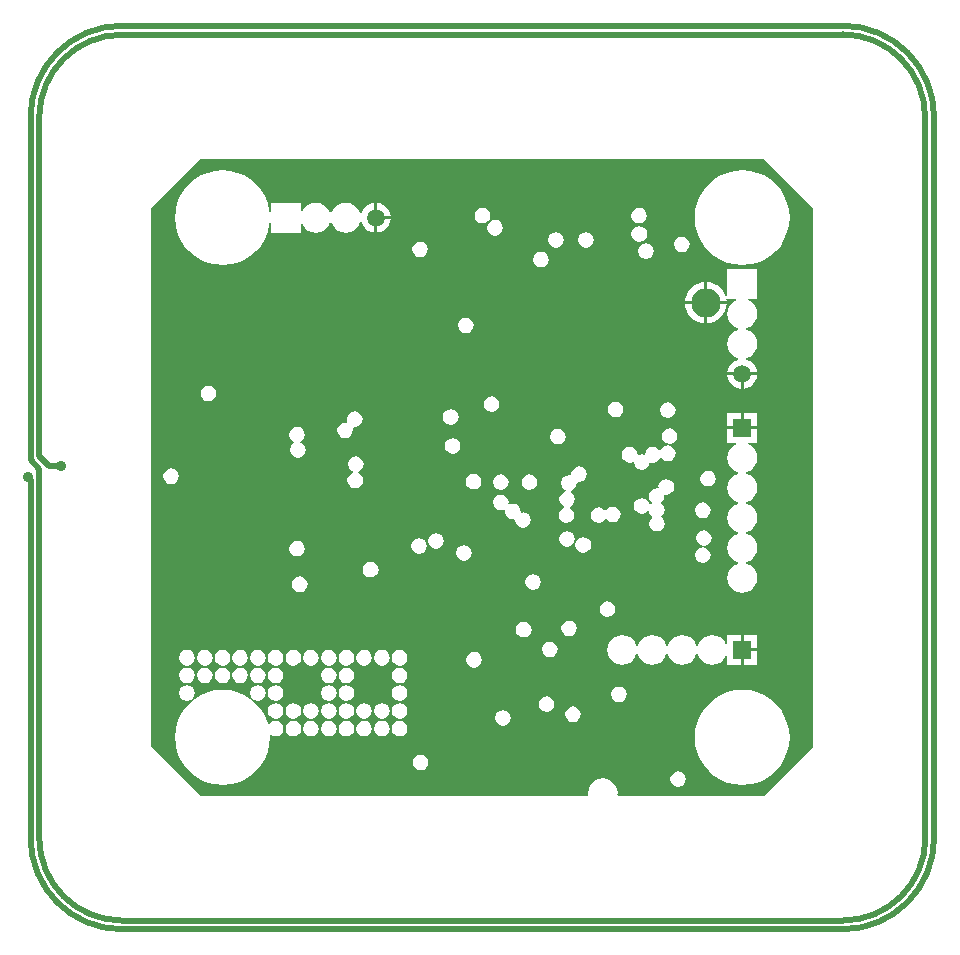
<source format=gbr>
%FSLAX23Y23*%
%MOIN*%
G70*
G01*
G75*
G04 Layer_Physical_Order=2*
G04 Layer_Color=36540*
%ADD10C,0.089*%
%ADD11R,0.031X0.039*%
%ADD12R,0.012X0.059*%
%ADD13R,0.059X0.012*%
%ADD14R,0.043X0.039*%
%ADD15R,0.039X0.043*%
%ADD16R,0.087X0.043*%
%ADD17R,0.039X0.039*%
%ADD18R,0.043X0.087*%
%ADD19C,0.047*%
%ADD20R,0.079X0.098*%
%ADD21R,0.098X0.055*%
%ADD22R,0.118X0.055*%
%ADD23R,0.020X0.098*%
%ADD24R,0.039X0.024*%
%ADD25R,0.039X0.020*%
%ADD26R,0.051X0.059*%
%ADD27R,0.094X0.102*%
%ADD28R,0.079X0.020*%
%ADD29R,0.217X0.079*%
%ADD30R,0.059X0.051*%
%ADD31R,0.134X0.069*%
%ADD32R,0.041X0.069*%
%ADD33R,0.041X0.069*%
%ADD34R,0.047X0.024*%
%ADD35R,0.106X0.063*%
%ADD36R,0.079X0.114*%
%ADD37C,0.020*%
%ADD38C,0.012*%
%ADD39C,0.039*%
%ADD40C,0.008*%
%ADD41R,2.402X0.089*%
%ADD42R,0.089X2.411*%
%ADD43R,0.089X1.191*%
%ADD44C,0.098*%
%ADD45R,0.059X0.059*%
%ADD46C,0.059*%
%ADD47C,0.031*%
%ADD48C,0.039*%
%ADD49C,0.276*%
%ADD50C,0.035*%
G36*
X2677Y2474D02*
Y675D01*
X2514Y512D01*
X2029D01*
X2025Y516D01*
X2026Y523D01*
X2025Y536D01*
X2020Y548D01*
X2012Y558D01*
X2002Y566D01*
X1990Y571D01*
X1977Y573D01*
X1964Y571D01*
X1952Y566D01*
X1942Y558D01*
X1934Y548D01*
X1929Y536D01*
X1927Y523D01*
X1928Y516D01*
X1925Y512D01*
X636D01*
X472Y675D01*
Y2474D01*
X472Y2474D01*
X472D01*
X472Y2474D01*
X636Y2638D01*
X2514D01*
X2677Y2474D01*
D02*
G37*
%LPC*%
G36*
X1547Y994D02*
X1537Y992D01*
X1529Y986D01*
X1523Y978D01*
X1521Y968D01*
X1523Y958D01*
X1529Y949D01*
X1537Y943D01*
X1547Y941D01*
X1557Y943D01*
X1566Y949D01*
X1571Y958D01*
X1573Y968D01*
X1571Y978D01*
X1566Y986D01*
X1557Y992D01*
X1547Y994D01*
D02*
G37*
G36*
X1299Y941D02*
X1289Y939D01*
X1281Y934D01*
X1275Y925D01*
X1273Y915D01*
X1275Y905D01*
X1281Y897D01*
X1289Y891D01*
X1299Y889D01*
X1309Y891D01*
X1318Y897D01*
X1323Y905D01*
X1325Y915D01*
X1323Y925D01*
X1318Y934D01*
X1309Y939D01*
X1299Y941D01*
D02*
G37*
G36*
X1122D02*
X1112Y939D01*
X1104Y934D01*
X1098Y925D01*
X1096Y915D01*
X1098Y905D01*
X1104Y897D01*
X1112Y891D01*
X1122Y889D01*
X1132Y891D01*
X1140Y897D01*
X1146Y905D01*
X1148Y915D01*
X1146Y925D01*
X1140Y934D01*
X1132Y939D01*
X1122Y941D01*
D02*
G37*
G36*
X591Y1001D02*
X581Y999D01*
X572Y993D01*
X566Y984D01*
X564Y974D01*
X566Y964D01*
X572Y956D01*
X581Y950D01*
X591Y948D01*
X601Y950D01*
X609Y956D01*
X615Y964D01*
X617Y974D01*
X615Y984D01*
X609Y993D01*
X601Y999D01*
X591Y1001D01*
D02*
G37*
G36*
X768D02*
X758Y999D01*
X749Y993D01*
X744Y984D01*
X742Y974D01*
X744Y964D01*
X749Y956D01*
X758Y950D01*
X768Y948D01*
X778Y950D01*
X786Y956D01*
X792Y964D01*
X794Y974D01*
X792Y984D01*
X786Y993D01*
X778Y999D01*
X768Y1001D01*
D02*
G37*
G36*
X709D02*
X699Y999D01*
X690Y993D01*
X685Y984D01*
X683Y974D01*
X685Y964D01*
X690Y956D01*
X699Y950D01*
X709Y948D01*
X719Y950D01*
X727Y956D01*
X733Y964D01*
X735Y974D01*
X733Y984D01*
X727Y993D01*
X719Y999D01*
X709Y1001D01*
D02*
G37*
G36*
X650D02*
X640Y999D01*
X631Y993D01*
X626Y984D01*
X624Y974D01*
X626Y964D01*
X631Y956D01*
X640Y950D01*
X650Y948D01*
X660Y950D01*
X668Y956D01*
X674Y964D01*
X676Y974D01*
X674Y984D01*
X668Y993D01*
X660Y999D01*
X650Y1001D01*
D02*
G37*
G36*
X709Y941D02*
X699Y939D01*
X690Y934D01*
X685Y925D01*
X683Y915D01*
X685Y905D01*
X690Y897D01*
X699Y891D01*
X709Y889D01*
X719Y891D01*
X727Y897D01*
X733Y905D01*
X735Y915D01*
X733Y925D01*
X727Y934D01*
X719Y939D01*
X709Y941D01*
D02*
G37*
G36*
X650D02*
X640Y939D01*
X631Y934D01*
X626Y925D01*
X624Y915D01*
X626Y905D01*
X631Y897D01*
X640Y891D01*
X650Y889D01*
X660Y891D01*
X668Y897D01*
X674Y905D01*
X676Y915D01*
X674Y925D01*
X668Y934D01*
X660Y939D01*
X650Y941D01*
D02*
G37*
G36*
X591D02*
X581Y939D01*
X572Y934D01*
X566Y925D01*
X564Y915D01*
X566Y905D01*
X572Y897D01*
X581Y891D01*
X591Y889D01*
X601Y891D01*
X609Y897D01*
X615Y905D01*
X617Y915D01*
X615Y925D01*
X609Y934D01*
X601Y939D01*
X591Y941D01*
D02*
G37*
G36*
X768D02*
X758Y939D01*
X749Y934D01*
X744Y925D01*
X742Y915D01*
X744Y905D01*
X749Y897D01*
X758Y891D01*
X768Y889D01*
X778Y891D01*
X786Y897D01*
X792Y905D01*
X794Y915D01*
X792Y925D01*
X786Y934D01*
X778Y939D01*
X768Y941D01*
D02*
G37*
G36*
X1063D02*
X1053Y939D01*
X1045Y934D01*
X1039Y925D01*
X1037Y915D01*
X1039Y905D01*
X1045Y897D01*
X1053Y891D01*
X1063Y889D01*
X1073Y891D01*
X1081Y897D01*
X1087Y905D01*
X1089Y915D01*
X1087Y925D01*
X1081Y934D01*
X1073Y939D01*
X1063Y941D01*
D02*
G37*
G36*
X886D02*
X876Y939D01*
X867Y934D01*
X862Y925D01*
X860Y915D01*
X862Y905D01*
X867Y897D01*
X876Y891D01*
X886Y889D01*
X896Y891D01*
X904Y897D01*
X910Y905D01*
X912Y915D01*
X910Y925D01*
X904Y934D01*
X896Y939D01*
X886Y941D01*
D02*
G37*
G36*
X827D02*
X817Y939D01*
X808Y934D01*
X803Y925D01*
X801Y915D01*
X803Y905D01*
X808Y897D01*
X817Y891D01*
X827Y889D01*
X837Y891D01*
X845Y897D01*
X851Y905D01*
X853Y915D01*
X851Y925D01*
X845Y934D01*
X837Y939D01*
X827Y941D01*
D02*
G37*
G36*
X2490Y995D02*
X2446D01*
Y951D01*
X2490D01*
Y995D01*
D02*
G37*
G36*
X1299Y1001D02*
X1289Y999D01*
X1281Y993D01*
X1275Y984D01*
X1273Y974D01*
X1275Y964D01*
X1281Y956D01*
X1289Y950D01*
X1299Y948D01*
X1309Y950D01*
X1318Y956D01*
X1323Y964D01*
X1325Y974D01*
X1323Y984D01*
X1318Y993D01*
X1309Y999D01*
X1299Y1001D01*
D02*
G37*
G36*
X1240D02*
X1230Y999D01*
X1222Y993D01*
X1216Y984D01*
X1214Y974D01*
X1216Y964D01*
X1222Y956D01*
X1230Y950D01*
X1240Y948D01*
X1250Y950D01*
X1259Y956D01*
X1264Y964D01*
X1266Y974D01*
X1264Y984D01*
X1259Y993D01*
X1250Y999D01*
X1240Y1001D01*
D02*
G37*
G36*
X1800Y1028D02*
X1790Y1026D01*
X1782Y1021D01*
X1776Y1012D01*
X1774Y1002D01*
X1776Y992D01*
X1782Y984D01*
X1790Y978D01*
X1800Y976D01*
X1810Y978D01*
X1818Y984D01*
X1824Y992D01*
X1826Y1002D01*
X1824Y1012D01*
X1818Y1021D01*
X1810Y1026D01*
X1800Y1028D01*
D02*
G37*
G36*
X1713Y1094D02*
X1703Y1092D01*
X1694Y1086D01*
X1688Y1078D01*
X1687Y1068D01*
X1688Y1058D01*
X1694Y1049D01*
X1703Y1044D01*
X1713Y1042D01*
X1723Y1044D01*
X1731Y1049D01*
X1737Y1058D01*
X1739Y1068D01*
X1737Y1078D01*
X1731Y1086D01*
X1723Y1092D01*
X1713Y1094D01*
D02*
G37*
G36*
X2341Y1050D02*
X2328Y1048D01*
X2316Y1043D01*
X2306Y1035D01*
X2298Y1025D01*
X2293Y1014D01*
X2288D01*
X2284Y1025D01*
X2276Y1035D01*
X2266Y1043D01*
X2254Y1048D01*
X2241Y1050D01*
X2228Y1048D01*
X2216Y1043D01*
X2206Y1035D01*
X2198Y1025D01*
X2193Y1014D01*
X2188D01*
X2184Y1025D01*
X2176Y1035D01*
X2166Y1043D01*
X2154Y1048D01*
X2141Y1050D01*
X2128Y1048D01*
X2116Y1043D01*
X2106Y1035D01*
X2098Y1025D01*
X2093Y1014D01*
X2088D01*
X2084Y1025D01*
X2076Y1035D01*
X2066Y1043D01*
X2054Y1048D01*
X2041Y1050D01*
X2028Y1048D01*
X2016Y1043D01*
X2006Y1035D01*
X1998Y1025D01*
X1993Y1013D01*
X1991Y1000D01*
X1993Y987D01*
X1998Y975D01*
X2006Y965D01*
X2016Y957D01*
X2028Y952D01*
X2041Y950D01*
X2054Y952D01*
X2066Y957D01*
X2076Y965D01*
X2084Y975D01*
X2088Y986D01*
X2093D01*
X2098Y975D01*
X2106Y965D01*
X2116Y957D01*
X2128Y952D01*
X2141Y950D01*
X2154Y952D01*
X2166Y957D01*
X2176Y965D01*
X2184Y975D01*
X2188Y986D01*
X2193D01*
X2198Y975D01*
X2206Y965D01*
X2216Y957D01*
X2228Y952D01*
X2241Y950D01*
X2254Y952D01*
X2266Y957D01*
X2276Y965D01*
X2284Y975D01*
X2288Y986D01*
X2293D01*
X2298Y975D01*
X2306Y965D01*
X2316Y957D01*
X2328Y952D01*
X2341Y950D01*
X2354Y952D01*
X2366Y957D01*
X2376Y965D01*
X2384Y975D01*
X2387Y982D01*
X2392Y981D01*
Y951D01*
X2436D01*
Y1000D01*
Y1049D01*
X2392D01*
Y1019D01*
X2387Y1018D01*
X2384Y1025D01*
X2376Y1035D01*
X2366Y1043D01*
X2354Y1048D01*
X2341Y1050D01*
D02*
G37*
G36*
X2490Y1049D02*
X2446D01*
Y1005D01*
X2490D01*
Y1049D01*
D02*
G37*
G36*
X945Y1001D02*
X935Y999D01*
X926Y993D01*
X921Y984D01*
X919Y974D01*
X921Y964D01*
X926Y956D01*
X935Y950D01*
X945Y948D01*
X955Y950D01*
X963Y956D01*
X969Y964D01*
X971Y974D01*
X969Y984D01*
X963Y993D01*
X955Y999D01*
X945Y1001D01*
D02*
G37*
G36*
X886D02*
X876Y999D01*
X867Y993D01*
X862Y984D01*
X860Y974D01*
X862Y964D01*
X867Y956D01*
X876Y950D01*
X886Y948D01*
X896Y950D01*
X904Y956D01*
X910Y964D01*
X912Y974D01*
X910Y984D01*
X904Y993D01*
X896Y999D01*
X886Y1001D01*
D02*
G37*
G36*
X827D02*
X817Y999D01*
X808Y993D01*
X803Y984D01*
X801Y974D01*
X803Y964D01*
X808Y956D01*
X817Y950D01*
X827Y948D01*
X837Y950D01*
X845Y956D01*
X851Y964D01*
X853Y974D01*
X851Y984D01*
X845Y993D01*
X837Y999D01*
X827Y1001D01*
D02*
G37*
G36*
X1004D02*
X994Y999D01*
X985Y993D01*
X980Y984D01*
X978Y974D01*
X980Y964D01*
X985Y956D01*
X994Y950D01*
X1004Y948D01*
X1014Y950D01*
X1022Y956D01*
X1028Y964D01*
X1030Y974D01*
X1028Y984D01*
X1022Y993D01*
X1014Y999D01*
X1004Y1001D01*
D02*
G37*
G36*
X1181D02*
X1171Y999D01*
X1163Y993D01*
X1157Y984D01*
X1155Y974D01*
X1157Y964D01*
X1163Y956D01*
X1171Y950D01*
X1181Y948D01*
X1191Y950D01*
X1200Y956D01*
X1205Y964D01*
X1207Y974D01*
X1205Y984D01*
X1200Y993D01*
X1191Y999D01*
X1181Y1001D01*
D02*
G37*
G36*
X1122D02*
X1112Y999D01*
X1104Y993D01*
X1098Y984D01*
X1096Y974D01*
X1098Y964D01*
X1104Y956D01*
X1112Y950D01*
X1122Y948D01*
X1132Y950D01*
X1140Y956D01*
X1146Y964D01*
X1148Y974D01*
X1146Y984D01*
X1140Y993D01*
X1132Y999D01*
X1122Y1001D01*
D02*
G37*
G36*
X1063D02*
X1053Y999D01*
X1045Y993D01*
X1039Y984D01*
X1037Y974D01*
X1039Y964D01*
X1045Y956D01*
X1053Y950D01*
X1063Y948D01*
X1073Y950D01*
X1081Y956D01*
X1087Y964D01*
X1089Y974D01*
X1087Y984D01*
X1081Y993D01*
X1073Y999D01*
X1063Y1001D01*
D02*
G37*
G36*
X1299Y882D02*
X1289Y880D01*
X1281Y875D01*
X1275Y866D01*
X1273Y856D01*
X1275Y846D01*
X1281Y838D01*
X1289Y832D01*
X1299Y830D01*
X1309Y832D01*
X1318Y838D01*
X1323Y846D01*
X1325Y856D01*
X1323Y866D01*
X1318Y875D01*
X1309Y880D01*
X1299Y882D01*
D02*
G37*
G36*
X1240Y764D02*
X1230Y762D01*
X1222Y757D01*
X1216Y748D01*
X1214Y738D01*
X1216Y728D01*
X1222Y720D01*
X1230Y714D01*
X1240Y712D01*
X1250Y714D01*
X1259Y720D01*
X1264Y728D01*
X1266Y738D01*
X1264Y748D01*
X1259Y757D01*
X1250Y762D01*
X1240Y764D01*
D02*
G37*
G36*
X1181D02*
X1171Y762D01*
X1163Y757D01*
X1157Y748D01*
X1155Y738D01*
X1157Y728D01*
X1163Y720D01*
X1171Y714D01*
X1181Y712D01*
X1191Y714D01*
X1200Y720D01*
X1205Y728D01*
X1207Y738D01*
X1205Y748D01*
X1200Y757D01*
X1191Y762D01*
X1181Y764D01*
D02*
G37*
G36*
X1122D02*
X1112Y762D01*
X1104Y757D01*
X1098Y748D01*
X1096Y738D01*
X1098Y728D01*
X1104Y720D01*
X1112Y714D01*
X1122Y712D01*
X1132Y714D01*
X1140Y720D01*
X1146Y728D01*
X1148Y738D01*
X1146Y748D01*
X1140Y757D01*
X1132Y762D01*
X1122Y764D01*
D02*
G37*
G36*
X1299D02*
X1289Y762D01*
X1281Y757D01*
X1275Y748D01*
X1273Y738D01*
X1275Y728D01*
X1281Y720D01*
X1289Y714D01*
X1299Y712D01*
X1309Y714D01*
X1318Y720D01*
X1323Y728D01*
X1325Y738D01*
X1323Y748D01*
X1318Y757D01*
X1309Y762D01*
X1299Y764D01*
D02*
G37*
G36*
X886Y823D02*
X876Y821D01*
X867Y816D01*
X862Y807D01*
X860Y797D01*
X862Y787D01*
X867Y779D01*
X876Y773D01*
X886Y771D01*
X896Y773D01*
X904Y779D01*
X910Y787D01*
X912Y797D01*
X910Y807D01*
X904Y816D01*
X896Y821D01*
X886Y823D01*
D02*
G37*
G36*
X1877Y812D02*
X1867Y810D01*
X1859Y804D01*
X1853Y795D01*
X1851Y785D01*
X1853Y775D01*
X1859Y767D01*
X1867Y761D01*
X1877Y759D01*
X1887Y761D01*
X1895Y767D01*
X1901Y775D01*
X1903Y785D01*
X1901Y795D01*
X1895Y804D01*
X1887Y810D01*
X1877Y812D01*
D02*
G37*
G36*
X1644Y800D02*
X1634Y798D01*
X1625Y792D01*
X1620Y784D01*
X1618Y774D01*
X1620Y764D01*
X1625Y755D01*
X1634Y750D01*
X1644Y748D01*
X1654Y750D01*
X1662Y755D01*
X1668Y764D01*
X1670Y774D01*
X1668Y784D01*
X1662Y792D01*
X1654Y798D01*
X1644Y800D01*
D02*
G37*
G36*
X1369Y651D02*
X1359Y649D01*
X1351Y643D01*
X1345Y635D01*
X1343Y625D01*
X1345Y615D01*
X1351Y607D01*
X1359Y601D01*
X1369Y599D01*
X1379Y601D01*
X1388Y607D01*
X1393Y615D01*
X1395Y625D01*
X1393Y635D01*
X1388Y643D01*
X1379Y649D01*
X1369Y651D01*
D02*
G37*
G36*
X2441Y867D02*
X2416Y865D01*
X2392Y859D01*
X2369Y849D01*
X2348Y836D01*
X2329Y820D01*
X2313Y802D01*
X2300Y780D01*
X2291Y757D01*
X2285Y733D01*
X2283Y709D01*
X2285Y684D01*
X2291Y660D01*
X2300Y637D01*
X2313Y616D01*
X2329Y597D01*
X2348Y581D01*
X2369Y568D01*
X2392Y558D01*
X2416Y553D01*
X2441Y551D01*
X2466Y553D01*
X2490Y558D01*
X2513Y568D01*
X2534Y581D01*
X2553Y597D01*
X2569Y616D01*
X2582Y637D01*
X2591Y660D01*
X2597Y684D01*
X2599Y709D01*
X2597Y733D01*
X2591Y757D01*
X2582Y780D01*
X2569Y802D01*
X2553Y820D01*
X2534Y836D01*
X2513Y849D01*
X2490Y859D01*
X2466Y865D01*
X2441Y867D01*
D02*
G37*
G36*
X2227Y595D02*
X2217Y593D01*
X2209Y587D01*
X2203Y579D01*
X2201Y569D01*
X2203Y559D01*
X2209Y550D01*
X2217Y545D01*
X2227Y543D01*
X2237Y545D01*
X2246Y550D01*
X2251Y559D01*
X2253Y569D01*
X2251Y579D01*
X2246Y587D01*
X2237Y593D01*
X2227Y595D01*
D02*
G37*
G36*
X709Y867D02*
X684Y865D01*
X660Y859D01*
X637Y849D01*
X616Y836D01*
X597Y820D01*
X581Y802D01*
X568Y780D01*
X558Y757D01*
X553Y733D01*
X551Y709D01*
X553Y684D01*
X558Y660D01*
X568Y637D01*
X581Y616D01*
X597Y597D01*
X616Y581D01*
X637Y568D01*
X660Y558D01*
X684Y553D01*
X709Y551D01*
X733Y553D01*
X757Y558D01*
X780Y568D01*
X802Y581D01*
X820Y597D01*
X836Y616D01*
X849Y637D01*
X859Y660D01*
X865Y684D01*
X867Y709D01*
X866Y715D01*
X870Y718D01*
X876Y714D01*
X886Y712D01*
X896Y714D01*
X904Y720D01*
X910Y728D01*
X912Y738D01*
X910Y748D01*
X904Y757D01*
X896Y762D01*
X886Y764D01*
X876Y762D01*
X867Y757D01*
X865Y753D01*
X860Y754D01*
X859Y757D01*
X849Y780D01*
X836Y802D01*
X820Y820D01*
X802Y836D01*
X780Y849D01*
X757Y859D01*
X733Y865D01*
X709Y867D01*
D02*
G37*
G36*
X1063Y764D02*
X1053Y762D01*
X1045Y757D01*
X1039Y748D01*
X1037Y738D01*
X1039Y728D01*
X1045Y720D01*
X1053Y714D01*
X1063Y712D01*
X1073Y714D01*
X1081Y720D01*
X1087Y728D01*
X1089Y738D01*
X1087Y748D01*
X1081Y757D01*
X1073Y762D01*
X1063Y764D01*
D02*
G37*
G36*
X1004D02*
X994Y762D01*
X985Y757D01*
X980Y748D01*
X978Y738D01*
X980Y728D01*
X985Y720D01*
X994Y714D01*
X1004Y712D01*
X1014Y714D01*
X1022Y720D01*
X1028Y728D01*
X1030Y738D01*
X1028Y748D01*
X1022Y757D01*
X1014Y762D01*
X1004Y764D01*
D02*
G37*
G36*
X945D02*
X935Y762D01*
X926Y757D01*
X921Y748D01*
X919Y738D01*
X921Y728D01*
X926Y720D01*
X935Y714D01*
X945Y712D01*
X955Y714D01*
X963Y720D01*
X969Y728D01*
X971Y738D01*
X969Y748D01*
X963Y757D01*
X955Y762D01*
X945Y764D01*
D02*
G37*
G36*
X591Y882D02*
X581Y880D01*
X572Y875D01*
X566Y866D01*
X564Y856D01*
X566Y846D01*
X572Y838D01*
X581Y832D01*
X591Y830D01*
X601Y832D01*
X609Y838D01*
X615Y846D01*
X617Y856D01*
X615Y866D01*
X609Y875D01*
X601Y880D01*
X591Y882D01*
D02*
G37*
G36*
X2031Y878D02*
X2021Y876D01*
X2012Y871D01*
X2006Y862D01*
X2004Y852D01*
X2006Y842D01*
X2012Y834D01*
X2021Y828D01*
X2031Y826D01*
X2040Y828D01*
X2049Y834D01*
X2055Y842D01*
X2057Y852D01*
X2055Y862D01*
X2049Y871D01*
X2040Y876D01*
X2031Y878D01*
D02*
G37*
G36*
X1789Y846D02*
X1779Y844D01*
X1771Y838D01*
X1765Y830D01*
X1763Y820D01*
X1765Y810D01*
X1771Y801D01*
X1779Y796D01*
X1789Y794D01*
X1799Y796D01*
X1808Y801D01*
X1813Y810D01*
X1815Y820D01*
X1813Y830D01*
X1808Y838D01*
X1799Y844D01*
X1789Y846D01*
D02*
G37*
G36*
X827Y882D02*
X817Y880D01*
X808Y875D01*
X803Y866D01*
X801Y856D01*
X803Y846D01*
X808Y838D01*
X817Y832D01*
X827Y830D01*
X837Y832D01*
X845Y838D01*
X851Y846D01*
X853Y856D01*
X851Y866D01*
X845Y875D01*
X837Y880D01*
X827Y882D01*
D02*
G37*
G36*
X1122D02*
X1112Y880D01*
X1104Y875D01*
X1098Y866D01*
X1096Y856D01*
X1098Y846D01*
X1104Y838D01*
X1112Y832D01*
X1122Y830D01*
X1132Y832D01*
X1140Y838D01*
X1146Y846D01*
X1148Y856D01*
X1146Y866D01*
X1140Y875D01*
X1132Y880D01*
X1122Y882D01*
D02*
G37*
G36*
X1063D02*
X1053Y880D01*
X1045Y875D01*
X1039Y866D01*
X1037Y856D01*
X1039Y846D01*
X1045Y838D01*
X1053Y832D01*
X1063Y830D01*
X1073Y832D01*
X1081Y838D01*
X1087Y846D01*
X1089Y856D01*
X1087Y866D01*
X1081Y875D01*
X1073Y880D01*
X1063Y882D01*
D02*
G37*
G36*
X886D02*
X876Y880D01*
X867Y875D01*
X862Y866D01*
X860Y856D01*
X862Y846D01*
X867Y838D01*
X876Y832D01*
X886Y830D01*
X896Y832D01*
X904Y838D01*
X910Y846D01*
X912Y856D01*
X910Y866D01*
X904Y875D01*
X896Y880D01*
X886Y882D01*
D02*
G37*
G36*
X1063Y823D02*
X1053Y821D01*
X1045Y816D01*
X1039Y807D01*
X1037Y797D01*
X1039Y787D01*
X1045Y779D01*
X1053Y773D01*
X1063Y771D01*
X1073Y773D01*
X1081Y779D01*
X1087Y787D01*
X1089Y797D01*
X1087Y807D01*
X1081Y816D01*
X1073Y821D01*
X1063Y823D01*
D02*
G37*
G36*
X1004D02*
X994Y821D01*
X985Y816D01*
X980Y807D01*
X978Y797D01*
X980Y787D01*
X985Y779D01*
X994Y773D01*
X1004Y771D01*
X1014Y773D01*
X1022Y779D01*
X1028Y787D01*
X1030Y797D01*
X1028Y807D01*
X1022Y816D01*
X1014Y821D01*
X1004Y823D01*
D02*
G37*
G36*
X945D02*
X935Y821D01*
X926Y816D01*
X921Y807D01*
X919Y797D01*
X921Y787D01*
X926Y779D01*
X935Y773D01*
X945Y771D01*
X955Y773D01*
X963Y779D01*
X969Y787D01*
X971Y797D01*
X969Y807D01*
X963Y816D01*
X955Y821D01*
X945Y823D01*
D02*
G37*
G36*
X1122D02*
X1112Y821D01*
X1104Y816D01*
X1098Y807D01*
X1096Y797D01*
X1098Y787D01*
X1104Y779D01*
X1112Y773D01*
X1122Y771D01*
X1132Y773D01*
X1140Y779D01*
X1146Y787D01*
X1148Y797D01*
X1146Y807D01*
X1140Y816D01*
X1132Y821D01*
X1122Y823D01*
D02*
G37*
G36*
X1299D02*
X1289Y821D01*
X1281Y816D01*
X1275Y807D01*
X1273Y797D01*
X1275Y787D01*
X1281Y779D01*
X1289Y773D01*
X1299Y771D01*
X1309Y773D01*
X1318Y779D01*
X1323Y787D01*
X1325Y797D01*
X1323Y807D01*
X1318Y816D01*
X1309Y821D01*
X1299Y823D01*
D02*
G37*
G36*
X1240D02*
X1230Y821D01*
X1222Y816D01*
X1216Y807D01*
X1214Y797D01*
X1216Y787D01*
X1222Y779D01*
X1230Y773D01*
X1240Y771D01*
X1250Y773D01*
X1259Y779D01*
X1264Y787D01*
X1266Y797D01*
X1264Y807D01*
X1259Y816D01*
X1250Y821D01*
X1240Y823D01*
D02*
G37*
G36*
X1181D02*
X1171Y821D01*
X1163Y816D01*
X1157Y807D01*
X1155Y797D01*
X1157Y787D01*
X1163Y779D01*
X1171Y773D01*
X1181Y771D01*
X1191Y773D01*
X1200Y779D01*
X1205Y787D01*
X1207Y797D01*
X1205Y807D01*
X1200Y816D01*
X1191Y821D01*
X1181Y823D01*
D02*
G37*
G36*
X1864Y1098D02*
X1854Y1096D01*
X1846Y1090D01*
X1840Y1082D01*
X1838Y1072D01*
X1840Y1062D01*
X1846Y1053D01*
X1854Y1048D01*
X1864Y1046D01*
X1874Y1048D01*
X1883Y1053D01*
X1888Y1062D01*
X1890Y1072D01*
X1888Y1082D01*
X1883Y1090D01*
X1874Y1096D01*
X1864Y1098D01*
D02*
G37*
G36*
X2490Y1915D02*
X2446D01*
Y1871D01*
X2454Y1872D01*
X2466Y1877D01*
X2476Y1885D01*
X2484Y1895D01*
X2489Y1907D01*
X2490Y1915D01*
D02*
G37*
G36*
X2436D02*
X2392D01*
X2393Y1907D01*
X2398Y1895D01*
X2406Y1885D01*
X2416Y1877D01*
X2428Y1872D01*
X2436Y1871D01*
Y1915D01*
D02*
G37*
G36*
X662Y1881D02*
X652Y1879D01*
X643Y1874D01*
X638Y1865D01*
X636Y1855D01*
X638Y1845D01*
X643Y1837D01*
X652Y1831D01*
X662Y1829D01*
X672Y1831D01*
X680Y1837D01*
X686Y1845D01*
X688Y1855D01*
X686Y1865D01*
X680Y1874D01*
X672Y1879D01*
X662Y1881D01*
D02*
G37*
G36*
X1520Y2108D02*
X1510Y2106D01*
X1502Y2100D01*
X1496Y2092D01*
X1494Y2082D01*
X1496Y2072D01*
X1502Y2063D01*
X1510Y2058D01*
X1520Y2056D01*
X1530Y2058D01*
X1538Y2063D01*
X1544Y2072D01*
X1546Y2082D01*
X1544Y2092D01*
X1538Y2100D01*
X1530Y2106D01*
X1520Y2108D01*
D02*
G37*
G36*
X2315Y2226D02*
X2306Y2225D01*
X2294Y2221D01*
X2282Y2215D01*
X2271Y2206D01*
X2262Y2196D01*
X2256Y2184D01*
X2252Y2171D01*
X2251Y2162D01*
X2315D01*
Y2226D01*
D02*
G37*
G36*
X2389Y2152D02*
X2325D01*
Y2089D01*
X2334Y2090D01*
X2346Y2094D01*
X2358Y2100D01*
X2369Y2109D01*
X2378Y2119D01*
X2384Y2131D01*
X2388Y2144D01*
X2389Y2152D01*
D02*
G37*
G36*
X2315D02*
X2251D01*
X2252Y2144D01*
X2256Y2131D01*
X2262Y2119D01*
X2271Y2109D01*
X2282Y2100D01*
X2294Y2094D01*
X2306Y2090D01*
X2315Y2089D01*
Y2152D01*
D02*
G37*
G36*
X1469Y1803D02*
X1460Y1801D01*
X1451Y1795D01*
X1445Y1787D01*
X1443Y1777D01*
X1445Y1767D01*
X1451Y1758D01*
X1460Y1752D01*
X1469Y1750D01*
X1479Y1752D01*
X1488Y1758D01*
X1494Y1767D01*
X1496Y1777D01*
X1494Y1787D01*
X1488Y1795D01*
X1479Y1801D01*
X1469Y1803D01*
D02*
G37*
G36*
X2490Y1789D02*
X2446D01*
Y1745D01*
X2490D01*
Y1789D01*
D02*
G37*
G36*
X2436D02*
X2392D01*
Y1745D01*
X2436D01*
Y1789D01*
D02*
G37*
G36*
X1150Y1795D02*
X1140Y1793D01*
X1132Y1787D01*
X1126Y1779D01*
X1124Y1769D01*
X1125Y1761D01*
X1122Y1758D01*
X1118Y1758D01*
X1108Y1756D01*
X1100Y1751D01*
X1094Y1742D01*
X1092Y1732D01*
X1094Y1722D01*
X1100Y1714D01*
X1108Y1708D01*
X1118Y1706D01*
X1128Y1708D01*
X1137Y1714D01*
X1142Y1722D01*
X1144Y1732D01*
X1143Y1740D01*
X1146Y1743D01*
X1150Y1743D01*
X1160Y1745D01*
X1168Y1750D01*
X1174Y1759D01*
X1176Y1769D01*
X1174Y1779D01*
X1168Y1787D01*
X1160Y1793D01*
X1150Y1795D01*
D02*
G37*
G36*
X1606Y1846D02*
X1596Y1844D01*
X1588Y1838D01*
X1582Y1830D01*
X1580Y1820D01*
X1582Y1810D01*
X1588Y1801D01*
X1596Y1796D01*
X1606Y1794D01*
X1616Y1796D01*
X1625Y1801D01*
X1630Y1810D01*
X1632Y1820D01*
X1630Y1830D01*
X1625Y1838D01*
X1616Y1844D01*
X1606Y1846D01*
D02*
G37*
G36*
X2019Y1828D02*
X2009Y1826D01*
X2000Y1821D01*
X1995Y1812D01*
X1993Y1802D01*
X1995Y1792D01*
X2000Y1784D01*
X2009Y1778D01*
X2019Y1776D01*
X2029Y1778D01*
X2037Y1784D01*
X2043Y1792D01*
X2045Y1802D01*
X2043Y1812D01*
X2037Y1821D01*
X2029Y1826D01*
X2019Y1828D01*
D02*
G37*
G36*
X2194Y1825D02*
X2184Y1823D01*
X2175Y1818D01*
X2170Y1809D01*
X2168Y1799D01*
X2170Y1789D01*
X2175Y1781D01*
X2184Y1775D01*
X2194Y1773D01*
X2204Y1775D01*
X2212Y1781D01*
X2218Y1789D01*
X2220Y1799D01*
X2218Y1809D01*
X2212Y1818D01*
X2204Y1823D01*
X2194Y1825D01*
D02*
G37*
G36*
X2490Y2269D02*
X2392D01*
Y2175D01*
X2391Y2175D01*
D01*
X2387Y2175D01*
Y2175D01*
X2387Y2175D01*
X2384Y2184D01*
X2378Y2196D01*
X2369Y2206D01*
X2358Y2215D01*
X2346Y2221D01*
X2334Y2225D01*
X2325Y2226D01*
Y2162D01*
X2389D01*
X2388Y2170D01*
X2392Y2171D01*
Y2171D01*
X2392D01*
Y2171D01*
X2422D01*
X2423Y2166D01*
X2416Y2163D01*
X2406Y2155D01*
X2398Y2145D01*
X2393Y2133D01*
X2391Y2120D01*
X2393Y2107D01*
X2398Y2095D01*
X2406Y2085D01*
X2416Y2077D01*
X2427Y2072D01*
Y2068D01*
X2416Y2063D01*
X2406Y2055D01*
X2398Y2045D01*
X2393Y2033D01*
X2391Y2020D01*
X2393Y2007D01*
X2398Y1995D01*
X2406Y1985D01*
X2416Y1977D01*
X2427Y1972D01*
Y1967D01*
X2416Y1963D01*
X2406Y1955D01*
X2398Y1945D01*
X2393Y1933D01*
X2392Y1925D01*
X2490D01*
X2489Y1933D01*
X2484Y1945D01*
X2476Y1955D01*
X2466Y1963D01*
X2455Y1967D01*
Y1972D01*
X2466Y1977D01*
X2476Y1985D01*
X2484Y1995D01*
X2489Y2007D01*
X2491Y2020D01*
X2489Y2033D01*
X2484Y2045D01*
X2476Y2055D01*
X2466Y2063D01*
X2455Y2068D01*
Y2072D01*
X2466Y2077D01*
X2476Y2085D01*
X2484Y2095D01*
X2489Y2107D01*
X2491Y2120D01*
X2489Y2133D01*
X2484Y2145D01*
X2476Y2155D01*
X2466Y2163D01*
X2459Y2166D01*
X2460Y2171D01*
X2490D01*
Y2269D01*
D02*
G37*
G36*
X709Y2599D02*
X684Y2597D01*
X660Y2591D01*
X637Y2582D01*
X616Y2569D01*
X597Y2553D01*
X581Y2534D01*
X568Y2513D01*
X558Y2490D01*
X553Y2466D01*
X551Y2441D01*
X553Y2416D01*
X558Y2392D01*
X568Y2369D01*
X581Y2348D01*
X597Y2329D01*
X616Y2313D01*
X637Y2300D01*
X660Y2291D01*
X684Y2285D01*
X709Y2283D01*
X733Y2285D01*
X757Y2291D01*
X780Y2300D01*
X802Y2313D01*
X820Y2329D01*
X836Y2348D01*
X849Y2369D01*
X859Y2392D01*
X865Y2416D01*
X866Y2430D01*
X871Y2430D01*
Y2391D01*
X969D01*
Y2422D01*
X974Y2423D01*
X977Y2416D01*
X985Y2406D01*
X995Y2398D01*
X1007Y2393D01*
X1020Y2391D01*
X1033Y2393D01*
X1045Y2398D01*
X1055Y2406D01*
X1063Y2416D01*
X1067Y2427D01*
X1072D01*
X1077Y2416D01*
X1085Y2406D01*
X1095Y2398D01*
X1107Y2393D01*
X1120Y2391D01*
X1133Y2393D01*
X1145Y2398D01*
X1155Y2406D01*
X1163Y2416D01*
X1168Y2427D01*
X1173D01*
X1177Y2416D01*
X1185Y2406D01*
X1195Y2398D01*
X1207Y2393D01*
X1215Y2392D01*
Y2441D01*
Y2490D01*
X1207Y2489D01*
X1195Y2484D01*
X1185Y2476D01*
X1177Y2466D01*
X1173Y2455D01*
X1168D01*
X1163Y2466D01*
X1155Y2476D01*
X1145Y2484D01*
X1133Y2489D01*
X1120Y2491D01*
X1107Y2489D01*
X1095Y2484D01*
X1085Y2476D01*
X1077Y2466D01*
X1072Y2455D01*
X1067D01*
X1063Y2466D01*
X1055Y2476D01*
X1045Y2484D01*
X1033Y2489D01*
X1020Y2491D01*
X1007Y2489D01*
X995Y2484D01*
X985Y2476D01*
X977Y2466D01*
X974Y2459D01*
X969Y2460D01*
Y2489D01*
X871D01*
Y2452D01*
X866Y2452D01*
X865Y2466D01*
X859Y2490D01*
X849Y2513D01*
X836Y2534D01*
X820Y2553D01*
X802Y2569D01*
X780Y2582D01*
X757Y2591D01*
X733Y2597D01*
X709Y2599D01*
D02*
G37*
G36*
X1618Y2434D02*
X1608Y2432D01*
X1600Y2426D01*
X1594Y2417D01*
X1592Y2407D01*
X1594Y2397D01*
X1600Y2389D01*
X1608Y2383D01*
X1618Y2381D01*
X1628Y2383D01*
X1637Y2389D01*
X1642Y2397D01*
X1644Y2407D01*
X1642Y2417D01*
X1637Y2426D01*
X1628Y2432D01*
X1618Y2434D01*
D02*
G37*
G36*
X2098Y2413D02*
X2088Y2411D01*
X2080Y2405D01*
X2074Y2397D01*
X2072Y2387D01*
X2074Y2377D01*
X2080Y2368D01*
X2088Y2363D01*
X2098Y2361D01*
X2108Y2363D01*
X2117Y2368D01*
X2123Y2377D01*
X2125Y2387D01*
X2123Y2397D01*
X2117Y2405D01*
X2108Y2411D01*
X2098Y2413D01*
D02*
G37*
G36*
X1269Y2436D02*
X1225D01*
Y2392D01*
X1233Y2393D01*
X1245Y2398D01*
X1255Y2406D01*
X1263Y2416D01*
X1268Y2428D01*
X1269Y2436D01*
D02*
G37*
G36*
X1225Y2490D02*
Y2446D01*
X1269D01*
X1268Y2454D01*
X1263Y2466D01*
X1255Y2476D01*
X1245Y2484D01*
X1233Y2489D01*
X1225Y2490D01*
D02*
G37*
G36*
X2097Y2474D02*
X2087Y2472D01*
X2079Y2466D01*
X2073Y2458D01*
X2071Y2448D01*
X2073Y2438D01*
X2079Y2429D01*
X2087Y2424D01*
X2097Y2422D01*
X2107Y2424D01*
X2116Y2429D01*
X2122Y2438D01*
X2124Y2448D01*
X2122Y2458D01*
X2116Y2466D01*
X2107Y2472D01*
X2097Y2474D01*
D02*
G37*
G36*
X1575D02*
X1565Y2472D01*
X1556Y2466D01*
X1551Y2458D01*
X1549Y2448D01*
X1551Y2438D01*
X1556Y2429D01*
X1565Y2424D01*
X1575Y2422D01*
X1585Y2424D01*
X1593Y2429D01*
X1599Y2438D01*
X1601Y2448D01*
X1599Y2458D01*
X1593Y2466D01*
X1585Y2472D01*
X1575Y2474D01*
D02*
G37*
G36*
X2120Y2355D02*
X2110Y2353D01*
X2102Y2347D01*
X2096Y2339D01*
X2094Y2329D01*
X2096Y2319D01*
X2102Y2310D01*
X2110Y2305D01*
X2120Y2303D01*
X2130Y2305D01*
X2139Y2310D01*
X2144Y2319D01*
X2146Y2329D01*
X2144Y2339D01*
X2139Y2347D01*
X2130Y2353D01*
X2120Y2355D01*
D02*
G37*
G36*
X2441Y2599D02*
X2416Y2597D01*
X2392Y2591D01*
X2369Y2582D01*
X2348Y2569D01*
X2329Y2553D01*
X2313Y2534D01*
X2300Y2513D01*
X2291Y2490D01*
X2285Y2466D01*
X2283Y2441D01*
X2285Y2416D01*
X2291Y2392D01*
X2300Y2369D01*
X2313Y2348D01*
X2329Y2329D01*
X2348Y2313D01*
X2369Y2300D01*
X2392Y2291D01*
X2416Y2285D01*
X2441Y2283D01*
X2466Y2285D01*
X2490Y2291D01*
X2513Y2300D01*
X2534Y2313D01*
X2553Y2329D01*
X2569Y2348D01*
X2582Y2369D01*
X2591Y2392D01*
X2597Y2416D01*
X2599Y2441D01*
X2597Y2466D01*
X2591Y2490D01*
X2582Y2513D01*
X2569Y2534D01*
X2553Y2553D01*
X2534Y2569D01*
X2513Y2582D01*
X2490Y2591D01*
X2466Y2597D01*
X2441Y2599D01*
D02*
G37*
G36*
X1771Y2327D02*
X1761Y2325D01*
X1752Y2320D01*
X1747Y2311D01*
X1745Y2301D01*
X1747Y2291D01*
X1752Y2283D01*
X1761Y2277D01*
X1771Y2275D01*
X1781Y2277D01*
X1789Y2283D01*
X1795Y2291D01*
X1797Y2301D01*
X1795Y2311D01*
X1789Y2320D01*
X1781Y2325D01*
X1771Y2327D01*
D02*
G37*
G36*
X1368Y2361D02*
X1358Y2359D01*
X1350Y2353D01*
X1344Y2345D01*
X1342Y2335D01*
X1344Y2325D01*
X1350Y2316D01*
X1358Y2311D01*
X1368Y2309D01*
X1378Y2311D01*
X1387Y2316D01*
X1392Y2325D01*
X1394Y2335D01*
X1392Y2345D01*
X1387Y2353D01*
X1378Y2359D01*
X1368Y2361D01*
D02*
G37*
G36*
X1920Y2393D02*
X1910Y2391D01*
X1902Y2386D01*
X1896Y2377D01*
X1894Y2367D01*
X1896Y2357D01*
X1902Y2349D01*
X1910Y2343D01*
X1920Y2341D01*
X1930Y2343D01*
X1938Y2349D01*
X1944Y2357D01*
X1946Y2367D01*
X1944Y2377D01*
X1938Y2386D01*
X1930Y2391D01*
X1920Y2393D01*
D02*
G37*
G36*
X1820D02*
X1810Y2391D01*
X1802Y2386D01*
X1796Y2377D01*
X1794Y2367D01*
X1796Y2357D01*
X1802Y2349D01*
X1810Y2343D01*
X1820Y2341D01*
X1830Y2343D01*
X1838Y2349D01*
X1844Y2357D01*
X1846Y2367D01*
X1844Y2377D01*
X1838Y2386D01*
X1830Y2391D01*
X1820Y2393D01*
D02*
G37*
G36*
X2240Y2378D02*
X2230Y2376D01*
X2222Y2371D01*
X2216Y2362D01*
X2214Y2352D01*
X2216Y2342D01*
X2222Y2334D01*
X2230Y2328D01*
X2240Y2326D01*
X2250Y2328D01*
X2258Y2334D01*
X2264Y2342D01*
X2266Y2352D01*
X2264Y2362D01*
X2258Y2371D01*
X2250Y2376D01*
X2240Y2378D01*
D02*
G37*
G36*
X1911Y1376D02*
X1901Y1374D01*
X1893Y1369D01*
X1887Y1360D01*
X1885Y1350D01*
X1887Y1340D01*
X1893Y1332D01*
X1901Y1326D01*
X1911Y1324D01*
X1921Y1326D01*
X1930Y1332D01*
X1936Y1340D01*
X1938Y1350D01*
X1936Y1360D01*
X1930Y1369D01*
X1921Y1374D01*
X1911Y1376D01*
D02*
G37*
G36*
X1364Y1373D02*
X1354Y1371D01*
X1346Y1365D01*
X1340Y1356D01*
X1338Y1346D01*
X1340Y1336D01*
X1346Y1328D01*
X1354Y1322D01*
X1364Y1320D01*
X1374Y1322D01*
X1383Y1328D01*
X1388Y1336D01*
X1390Y1346D01*
X1388Y1356D01*
X1383Y1365D01*
X1374Y1371D01*
X1364Y1373D01*
D02*
G37*
G36*
X958Y1364D02*
X948Y1362D01*
X940Y1356D01*
X934Y1348D01*
X932Y1338D01*
X934Y1328D01*
X940Y1319D01*
X948Y1313D01*
X958Y1312D01*
X968Y1313D01*
X977Y1319D01*
X982Y1328D01*
X984Y1338D01*
X982Y1348D01*
X977Y1356D01*
X968Y1362D01*
X958Y1364D01*
D02*
G37*
G36*
X1421Y1390D02*
X1411Y1388D01*
X1403Y1383D01*
X1397Y1374D01*
X1395Y1364D01*
X1397Y1354D01*
X1403Y1346D01*
X1411Y1340D01*
X1421Y1338D01*
X1431Y1340D01*
X1440Y1346D01*
X1445Y1354D01*
X1447Y1364D01*
X1445Y1374D01*
X1440Y1383D01*
X1431Y1388D01*
X1421Y1390D01*
D02*
G37*
G36*
X1637Y1518D02*
X1627Y1516D01*
X1618Y1511D01*
X1613Y1502D01*
X1611Y1492D01*
X1613Y1482D01*
X1618Y1474D01*
X1627Y1468D01*
X1637Y1466D01*
X1647Y1468D01*
X1648Y1469D01*
X1652Y1466D01*
X1651Y1461D01*
X1653Y1451D01*
X1659Y1442D01*
X1667Y1437D01*
X1677Y1435D01*
X1681Y1435D01*
X1685Y1432D01*
X1687Y1423D01*
X1692Y1415D01*
X1701Y1409D01*
X1711Y1407D01*
X1721Y1409D01*
X1729Y1415D01*
X1735Y1423D01*
X1737Y1433D01*
X1735Y1443D01*
X1729Y1452D01*
X1721Y1457D01*
X1711Y1459D01*
X1707Y1458D01*
X1703Y1461D01*
X1701Y1471D01*
X1696Y1479D01*
X1687Y1485D01*
X1677Y1487D01*
X1667Y1485D01*
X1666Y1484D01*
X1662Y1487D01*
X1663Y1492D01*
X1661Y1502D01*
X1655Y1511D01*
X1647Y1516D01*
X1637Y1518D01*
D02*
G37*
G36*
X2313Y1399D02*
X2303Y1397D01*
X2295Y1391D01*
X2289Y1383D01*
X2287Y1373D01*
X2289Y1363D01*
X2295Y1355D01*
X2303Y1349D01*
X2313Y1347D01*
X2323Y1349D01*
X2331Y1355D01*
X2337Y1363D01*
X2339Y1373D01*
X2337Y1383D01*
X2331Y1391D01*
X2323Y1397D01*
X2313Y1399D01*
D02*
G37*
G36*
X1857Y1396D02*
X1847Y1394D01*
X1839Y1389D01*
X1833Y1380D01*
X1831Y1370D01*
X1833Y1360D01*
X1839Y1352D01*
X1847Y1346D01*
X1857Y1344D01*
X1867Y1346D01*
X1876Y1352D01*
X1881Y1360D01*
X1883Y1370D01*
X1881Y1380D01*
X1876Y1389D01*
X1867Y1394D01*
X1857Y1396D01*
D02*
G37*
G36*
X967Y1245D02*
X957Y1243D01*
X948Y1237D01*
X942Y1228D01*
X940Y1219D01*
X942Y1209D01*
X948Y1200D01*
X957Y1194D01*
X967Y1192D01*
X977Y1194D01*
X985Y1200D01*
X991Y1209D01*
X993Y1219D01*
X991Y1228D01*
X985Y1237D01*
X977Y1243D01*
X967Y1245D01*
D02*
G37*
G36*
X2490Y1735D02*
X2392D01*
Y1691D01*
X2422D01*
X2423Y1686D01*
X2416Y1683D01*
X2406Y1675D01*
X2398Y1665D01*
X2393Y1653D01*
X2391Y1640D01*
X2393Y1627D01*
X2398Y1615D01*
X2406Y1605D01*
X2416Y1597D01*
X2427Y1592D01*
Y1587D01*
X2416Y1583D01*
X2406Y1575D01*
X2398Y1565D01*
X2393Y1553D01*
X2391Y1540D01*
X2393Y1527D01*
X2398Y1515D01*
X2406Y1505D01*
X2416Y1497D01*
X2427Y1492D01*
Y1487D01*
X2416Y1483D01*
X2406Y1475D01*
X2398Y1465D01*
X2393Y1453D01*
X2391Y1440D01*
X2393Y1427D01*
X2398Y1415D01*
X2406Y1405D01*
X2416Y1397D01*
X2427Y1393D01*
Y1388D01*
X2416Y1383D01*
X2406Y1375D01*
X2398Y1365D01*
X2393Y1353D01*
X2391Y1340D01*
X2393Y1327D01*
X2398Y1315D01*
X2406Y1305D01*
X2416Y1297D01*
X2427Y1293D01*
Y1288D01*
X2416Y1283D01*
X2406Y1275D01*
X2398Y1265D01*
X2393Y1253D01*
X2391Y1240D01*
X2393Y1227D01*
X2398Y1215D01*
X2406Y1205D01*
X2416Y1197D01*
X2428Y1192D01*
X2441Y1190D01*
X2454Y1192D01*
X2466Y1197D01*
X2476Y1205D01*
X2484Y1215D01*
X2489Y1227D01*
X2491Y1240D01*
X2489Y1253D01*
X2484Y1265D01*
X2476Y1275D01*
X2466Y1283D01*
X2455Y1288D01*
Y1293D01*
X2466Y1297D01*
X2476Y1305D01*
X2484Y1315D01*
X2489Y1327D01*
X2491Y1340D01*
X2489Y1353D01*
X2484Y1365D01*
X2476Y1375D01*
X2466Y1383D01*
X2455Y1388D01*
Y1393D01*
X2466Y1397D01*
X2476Y1405D01*
X2484Y1415D01*
X2489Y1427D01*
X2491Y1440D01*
X2489Y1453D01*
X2484Y1465D01*
X2476Y1475D01*
X2466Y1483D01*
X2455Y1487D01*
Y1492D01*
X2466Y1497D01*
X2476Y1505D01*
X2484Y1515D01*
X2489Y1527D01*
X2491Y1540D01*
X2489Y1553D01*
X2484Y1565D01*
X2476Y1575D01*
X2466Y1583D01*
X2455Y1587D01*
Y1592D01*
X2466Y1597D01*
X2476Y1605D01*
X2484Y1615D01*
X2489Y1627D01*
X2491Y1640D01*
X2489Y1653D01*
X2484Y1665D01*
X2476Y1675D01*
X2466Y1683D01*
X2459Y1686D01*
X2460Y1691D01*
X2490D01*
Y1735D01*
D02*
G37*
G36*
X1992Y1162D02*
X1982Y1160D01*
X1974Y1154D01*
X1968Y1146D01*
X1966Y1136D01*
X1968Y1126D01*
X1974Y1117D01*
X1982Y1112D01*
X1992Y1110D01*
X2002Y1112D01*
X2011Y1117D01*
X2016Y1126D01*
X2018Y1136D01*
X2016Y1146D01*
X2011Y1154D01*
X2002Y1160D01*
X1992Y1162D01*
D02*
G37*
G36*
X1744Y1252D02*
X1734Y1250D01*
X1726Y1245D01*
X1720Y1236D01*
X1718Y1226D01*
X1720Y1216D01*
X1726Y1208D01*
X1734Y1202D01*
X1744Y1200D01*
X1754Y1202D01*
X1763Y1208D01*
X1768Y1216D01*
X1770Y1226D01*
X1768Y1236D01*
X1763Y1245D01*
X1754Y1250D01*
X1744Y1252D01*
D02*
G37*
G36*
X1514Y1350D02*
X1504Y1348D01*
X1495Y1342D01*
X1490Y1334D01*
X1488Y1324D01*
X1490Y1314D01*
X1495Y1305D01*
X1504Y1300D01*
X1514Y1298D01*
X1524Y1300D01*
X1532Y1305D01*
X1538Y1314D01*
X1540Y1324D01*
X1538Y1334D01*
X1532Y1342D01*
X1524Y1348D01*
X1514Y1350D01*
D02*
G37*
G36*
X2310Y1342D02*
X2300Y1340D01*
X2292Y1334D01*
X2286Y1326D01*
X2284Y1316D01*
X2286Y1306D01*
X2292Y1297D01*
X2300Y1292D01*
X2310Y1290D01*
X2320Y1292D01*
X2328Y1297D01*
X2334Y1306D01*
X2336Y1316D01*
X2334Y1326D01*
X2328Y1334D01*
X2320Y1340D01*
X2310Y1342D01*
D02*
G37*
G36*
X1202Y1294D02*
X1192Y1292D01*
X1184Y1286D01*
X1178Y1278D01*
X1176Y1268D01*
X1178Y1258D01*
X1184Y1250D01*
X1192Y1244D01*
X1202Y1242D01*
X1212Y1244D01*
X1221Y1250D01*
X1227Y1258D01*
X1229Y1268D01*
X1227Y1278D01*
X1221Y1286D01*
X1212Y1292D01*
X1202Y1294D01*
D02*
G37*
G36*
X2310Y1492D02*
X2300Y1490D01*
X2292Y1484D01*
X2286Y1476D01*
X2284Y1466D01*
X2286Y1456D01*
X2292Y1447D01*
X2300Y1441D01*
X2310Y1439D01*
X2320Y1441D01*
X2328Y1447D01*
X2334Y1456D01*
X2336Y1466D01*
X2334Y1476D01*
X2328Y1484D01*
X2320Y1490D01*
X2310Y1492D01*
D02*
G37*
G36*
X958Y1744D02*
X948Y1742D01*
X939Y1736D01*
X933Y1728D01*
X932Y1718D01*
X933Y1708D01*
X939Y1700D01*
X947Y1694D01*
Y1690D01*
X947Y1689D01*
X942Y1686D01*
X936Y1677D01*
X934Y1667D01*
X936Y1657D01*
X942Y1649D01*
X950Y1643D01*
X960Y1641D01*
X970Y1643D01*
X978Y1649D01*
X984Y1657D01*
X986Y1667D01*
X984Y1677D01*
X978Y1686D01*
X970Y1691D01*
X968Y1692D01*
Y1694D01*
X976Y1700D01*
X982Y1708D01*
X984Y1718D01*
X982Y1728D01*
X976Y1736D01*
X968Y1742D01*
X958Y1744D01*
D02*
G37*
G36*
X1898Y1612D02*
X1888Y1610D01*
X1879Y1604D01*
X1874Y1596D01*
X1872Y1586D01*
X1872Y1585D01*
X1868Y1581D01*
X1863Y1582D01*
X1853Y1580D01*
X1845Y1575D01*
X1839Y1566D01*
X1837Y1556D01*
X1839Y1546D01*
X1845Y1538D01*
X1853Y1532D01*
X1852Y1527D01*
X1848Y1526D01*
X1840Y1520D01*
X1834Y1512D01*
X1832Y1502D01*
X1834Y1492D01*
X1840Y1484D01*
X1847Y1479D01*
X1846Y1474D01*
X1845Y1474D01*
X1837Y1468D01*
X1831Y1460D01*
X1829Y1450D01*
X1831Y1440D01*
X1837Y1431D01*
X1845Y1426D01*
X1855Y1424D01*
X1865Y1426D01*
X1874Y1431D01*
X1879Y1440D01*
X1881Y1450D01*
X1879Y1460D01*
X1874Y1468D01*
X1867Y1473D01*
X1868Y1478D01*
X1868Y1478D01*
X1877Y1484D01*
X1882Y1492D01*
X1884Y1502D01*
X1882Y1512D01*
X1877Y1520D01*
X1868Y1526D01*
X1869Y1531D01*
X1873Y1532D01*
X1882Y1538D01*
X1887Y1546D01*
X1889Y1556D01*
X1889Y1557D01*
X1893Y1561D01*
X1898Y1560D01*
X1908Y1562D01*
X1916Y1567D01*
X1922Y1576D01*
X1924Y1586D01*
X1922Y1596D01*
X1916Y1604D01*
X1908Y1610D01*
X1898Y1612D01*
D02*
G37*
G36*
X538Y1605D02*
X528Y1603D01*
X520Y1597D01*
X514Y1589D01*
X512Y1579D01*
X514Y1569D01*
X520Y1560D01*
X528Y1554D01*
X538Y1552D01*
X548Y1554D01*
X556Y1560D01*
X562Y1569D01*
X564Y1579D01*
X562Y1589D01*
X556Y1597D01*
X548Y1603D01*
X538Y1605D01*
D02*
G37*
G36*
X1476Y1706D02*
X1466Y1704D01*
X1458Y1699D01*
X1452Y1690D01*
X1450Y1680D01*
X1452Y1670D01*
X1458Y1662D01*
X1466Y1656D01*
X1476Y1654D01*
X1486Y1656D01*
X1495Y1662D01*
X1500Y1670D01*
X1502Y1680D01*
X1500Y1690D01*
X1495Y1699D01*
X1486Y1704D01*
X1476Y1706D01*
D02*
G37*
G36*
X2199Y1739D02*
X2189Y1737D01*
X2181Y1731D01*
X2175Y1723D01*
X2173Y1713D01*
X2175Y1703D01*
X2181Y1694D01*
X2189Y1689D01*
X2199Y1687D01*
X2209Y1689D01*
X2217Y1694D01*
X2223Y1703D01*
X2225Y1713D01*
X2223Y1723D01*
X2217Y1731D01*
X2209Y1737D01*
X2199Y1739D01*
D02*
G37*
G36*
X1827Y1737D02*
X1817Y1735D01*
X1808Y1729D01*
X1803Y1721D01*
X1801Y1711D01*
X1803Y1701D01*
X1808Y1692D01*
X1817Y1687D01*
X1827Y1685D01*
X1837Y1687D01*
X1845Y1692D01*
X1851Y1701D01*
X1853Y1711D01*
X1851Y1721D01*
X1845Y1729D01*
X1837Y1735D01*
X1827Y1737D01*
D02*
G37*
G36*
X2193Y1682D02*
X2183Y1680D01*
X2174Y1674D01*
X2169Y1666D01*
X2166D01*
X2164Y1666D01*
X2162Y1669D01*
X2154Y1675D01*
X2144Y1677D01*
X2134Y1675D01*
X2125Y1669D01*
X2120Y1661D01*
X2118Y1652D01*
X2117Y1651D01*
X2107Y1653D01*
X2097Y1651D01*
X2096Y1650D01*
X2092Y1652D01*
X2090Y1661D01*
X2084Y1669D01*
X2076Y1675D01*
X2066Y1677D01*
X2056Y1675D01*
X2047Y1669D01*
X2042Y1661D01*
X2040Y1651D01*
X2042Y1641D01*
X2047Y1632D01*
X2056Y1626D01*
X2066Y1624D01*
X2076Y1626D01*
X2076Y1627D01*
X2081Y1625D01*
X2083Y1616D01*
X2088Y1608D01*
X2097Y1602D01*
X2107Y1600D01*
X2117Y1602D01*
X2125Y1608D01*
X2131Y1616D01*
X2133Y1625D01*
X2134Y1626D01*
X2144Y1624D01*
X2154Y1626D01*
X2162Y1632D01*
X2167Y1640D01*
X2170D01*
X2173Y1640D01*
X2174Y1637D01*
X2183Y1631D01*
X2193Y1629D01*
X2203Y1631D01*
X2211Y1637D01*
X2217Y1646D01*
X2219Y1656D01*
X2217Y1665D01*
X2211Y1674D01*
X2203Y1680D01*
X2193Y1682D01*
D02*
G37*
G36*
X1732Y1585D02*
X1722Y1583D01*
X1714Y1578D01*
X1708Y1569D01*
X1706Y1559D01*
X1708Y1549D01*
X1714Y1541D01*
X1722Y1535D01*
X1732Y1533D01*
X1742Y1535D01*
X1751Y1541D01*
X1756Y1549D01*
X1758Y1559D01*
X1756Y1569D01*
X1751Y1578D01*
X1742Y1583D01*
X1732Y1585D01*
D02*
G37*
G36*
X1637D02*
X1627Y1583D01*
X1618Y1578D01*
X1613Y1569D01*
X1611Y1559D01*
X1613Y1549D01*
X1618Y1541D01*
X1627Y1535D01*
X1637Y1533D01*
X1647Y1535D01*
X1655Y1541D01*
X1661Y1549D01*
X1663Y1559D01*
X1661Y1569D01*
X1655Y1578D01*
X1647Y1583D01*
X1637Y1585D01*
D02*
G37*
G36*
X2010Y1478D02*
X2000Y1476D01*
X1991Y1470D01*
X1988Y1465D01*
X1983D01*
X1981Y1468D01*
X1973Y1474D01*
X1963Y1476D01*
X1953Y1474D01*
X1944Y1468D01*
X1938Y1460D01*
X1937Y1450D01*
X1938Y1440D01*
X1944Y1431D01*
X1953Y1426D01*
X1963Y1424D01*
X1973Y1426D01*
X1981Y1431D01*
X1984Y1436D01*
X1989D01*
X1991Y1433D01*
X2000Y1428D01*
X2010Y1426D01*
X2020Y1428D01*
X2028Y1433D01*
X2034Y1442D01*
X2036Y1452D01*
X2034Y1462D01*
X2028Y1470D01*
X2020Y1476D01*
X2010Y1478D01*
D02*
G37*
G36*
X1546Y1587D02*
X1536Y1585D01*
X1528Y1579D01*
X1522Y1571D01*
X1520Y1561D01*
X1522Y1551D01*
X1528Y1543D01*
X1536Y1537D01*
X1546Y1535D01*
X1556Y1537D01*
X1565Y1543D01*
X1570Y1551D01*
X1572Y1561D01*
X1570Y1571D01*
X1565Y1579D01*
X1556Y1585D01*
X1546Y1587D01*
D02*
G37*
G36*
X2328Y1597D02*
X2318Y1595D01*
X2309Y1589D01*
X2304Y1581D01*
X2302Y1571D01*
X2304Y1561D01*
X2309Y1552D01*
X2318Y1547D01*
X2328Y1545D01*
X2338Y1547D01*
X2346Y1552D01*
X2352Y1561D01*
X2354Y1571D01*
X2352Y1581D01*
X2346Y1589D01*
X2338Y1595D01*
X2328Y1597D01*
D02*
G37*
G36*
X1153Y1645D02*
X1143Y1643D01*
X1135Y1638D01*
X1129Y1629D01*
X1127Y1619D01*
X1129Y1609D01*
X1135Y1601D01*
X1143Y1595D01*
X1145Y1595D01*
Y1590D01*
X1142Y1589D01*
X1133Y1583D01*
X1127Y1575D01*
X1125Y1565D01*
X1127Y1555D01*
X1133Y1547D01*
X1142Y1541D01*
X1152Y1539D01*
X1162Y1541D01*
X1170Y1547D01*
X1176Y1555D01*
X1178Y1565D01*
X1176Y1575D01*
X1170Y1583D01*
X1162Y1589D01*
X1160Y1589D01*
Y1594D01*
X1163Y1595D01*
X1171Y1601D01*
X1177Y1609D01*
X1179Y1619D01*
X1177Y1629D01*
X1171Y1638D01*
X1163Y1643D01*
X1153Y1645D01*
D02*
G37*
G36*
X2188Y1570D02*
X2178Y1568D01*
X2170Y1562D01*
X2164Y1553D01*
X2162Y1543D01*
X2163Y1542D01*
X2159Y1538D01*
X2156Y1539D01*
X2146Y1537D01*
X2137Y1531D01*
X2131Y1523D01*
X2129Y1513D01*
X2131Y1503D01*
X2137Y1494D01*
X2140Y1492D01*
Y1487D01*
X2138Y1486D01*
X2136Y1484D01*
X2132Y1485D01*
X2130Y1490D01*
X2125Y1499D01*
X2116Y1504D01*
X2106Y1506D01*
X2096Y1504D01*
X2088Y1499D01*
X2082Y1490D01*
X2080Y1480D01*
X2082Y1470D01*
X2088Y1462D01*
X2096Y1456D01*
X2106Y1454D01*
X2116Y1456D01*
X2125Y1462D01*
X2126Y1464D01*
X2131Y1463D01*
X2132Y1458D01*
X2138Y1449D01*
X2142Y1447D01*
Y1442D01*
X2139Y1440D01*
X2133Y1431D01*
X2131Y1421D01*
X2133Y1411D01*
X2139Y1403D01*
X2147Y1397D01*
X2157Y1395D01*
X2167Y1397D01*
X2176Y1403D01*
X2182Y1411D01*
X2184Y1421D01*
X2182Y1431D01*
X2176Y1440D01*
X2172Y1442D01*
Y1447D01*
X2175Y1449D01*
X2181Y1458D01*
X2183Y1468D01*
X2181Y1478D01*
X2175Y1486D01*
X2172Y1488D01*
Y1493D01*
X2174Y1494D01*
X2180Y1503D01*
X2182Y1513D01*
X2181Y1515D01*
X2185Y1518D01*
X2188Y1517D01*
X2198Y1519D01*
X2207Y1525D01*
X2213Y1533D01*
X2215Y1543D01*
X2213Y1553D01*
X2207Y1562D01*
X2198Y1568D01*
X2188Y1570D01*
D02*
G37*
%LPD*%
D37*
X69Y374D02*
G03*
X374Y69I305J0D01*
G01*
X98Y374D02*
G03*
X374Y98I276J0D01*
G01*
Y3081D02*
G03*
X69Y2776I0J-305D01*
G01*
X374Y3051D02*
G03*
X98Y2776I0J-276D01*
G01*
X2776Y98D02*
G03*
X3051Y374I0J276D01*
G01*
X2776Y69D02*
G03*
X3081Y374I0J305D01*
G01*
X3051Y2776D02*
G03*
X2776Y3051I-276J0D01*
G01*
X3081Y2776D02*
G03*
X2776Y3081I-305J0D01*
G01*
X61Y1575D02*
X69Y1567D01*
X132Y1614D02*
X172D01*
X98Y1648D02*
X132Y1614D01*
X69Y1632D02*
X98Y1602D01*
X69Y374D02*
Y1567D01*
X98Y374D02*
Y1602D01*
X69Y1632D02*
Y2776D01*
X98Y1648D02*
Y2776D01*
X374Y69D02*
X2776D01*
X374Y98D02*
X2776D01*
X3051Y374D02*
Y2776D01*
X3081Y374D02*
Y2776D01*
X374Y3051D02*
X2776D01*
X374Y3081D02*
X2776D01*
D44*
X2320Y2157D02*
D03*
D45*
X2441Y1740D02*
D03*
Y1000D02*
D03*
D46*
X1220Y2441D02*
D03*
X2441Y1920D02*
D03*
D50*
X1684Y1918D02*
D03*
X1888Y557D02*
D03*
X2157Y1579D02*
D03*
X61Y1575D02*
D03*
X172Y1614D02*
D03*
X960Y1268D02*
D03*
X1203Y1368D02*
D03*
X1205Y1619D02*
D03*
X550Y1665D02*
D03*
X540Y1492D02*
D03*
X1070Y2121D02*
D03*
X957Y1444D02*
D03*
X1270Y2550D02*
D03*
X1733Y1180D02*
D03*
X1466Y1731D02*
D03*
X1882Y2130D02*
D03*
X1921Y2410D02*
D03*
X2194Y1866D02*
D03*
X1967Y1919D02*
D03*
X1530Y1952D02*
D03*
X1391Y2063D02*
D03*
X2323Y1732D02*
D03*
X1637Y1607D02*
D03*
X1858Y1626D02*
D03*
X1894Y1038D02*
D03*
X1533Y813D02*
D03*
X1577Y1380D02*
D03*
X1488Y1365D02*
D03*
X1050Y627D02*
D03*
X1472Y2532D02*
D03*
X629Y2172D02*
D03*
X628Y1157D02*
D03*
X1423Y1122D02*
D03*
X1575Y2369D02*
D03*
X1715Y1002D02*
D03*
M02*

</source>
